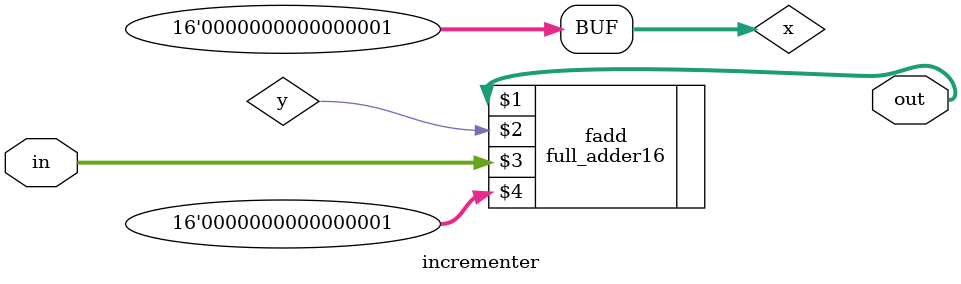
<source format=v>
 
`timescale 1ns / 1ps

module incrementer(out,in);
  input [15:0]in;
  output [15:0]out;
  wire [15:0]x;
  wire y;
  assign x = 16'd1;
  full_adder16 fadd(out,y,in,x);
  
  endmodule
  

</source>
